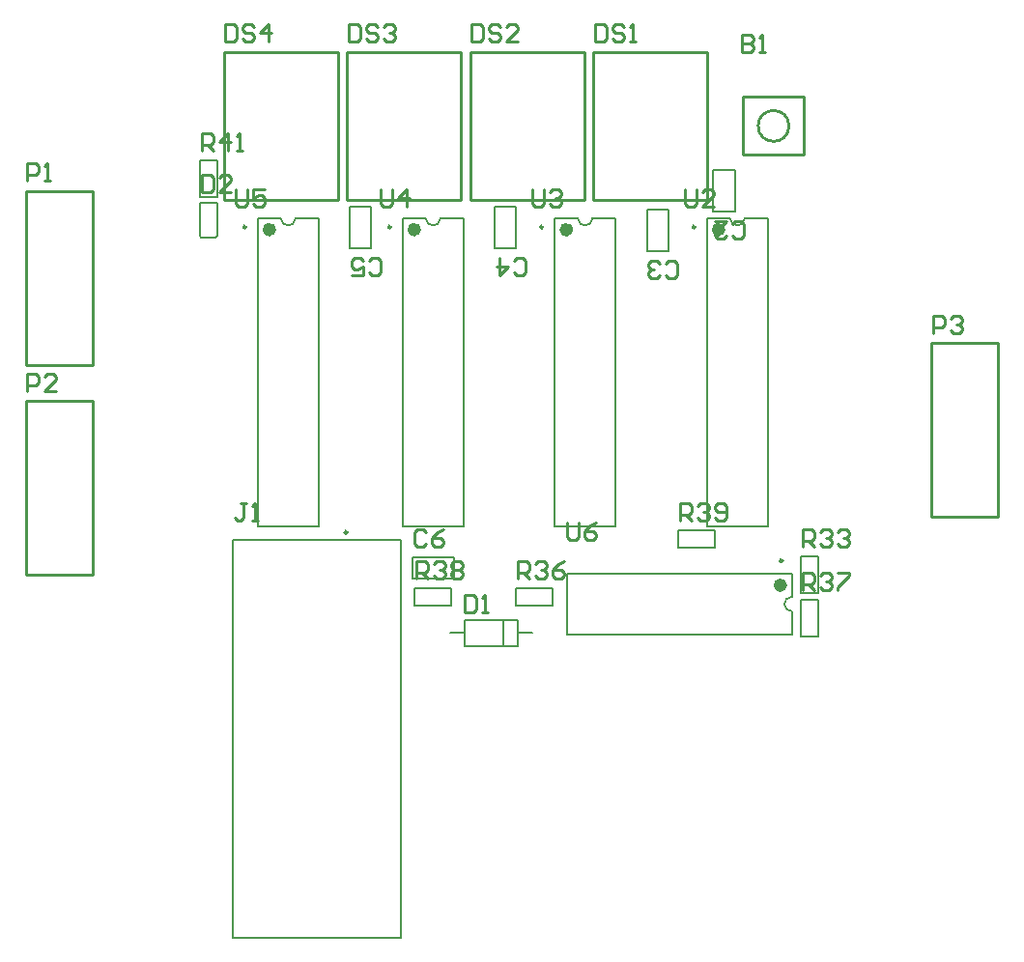
<source format=gto>
G04*
G04 #@! TF.GenerationSoftware,Altium Limited,Altium Designer,20.0.13 (296)*
G04*
G04 Layer_Color=65535*
%FSLAX25Y25*%
%MOIN*%
G70*
G01*
G75*
%ADD10C,0.02362*%
%ADD11C,0.00984*%
%ADD12C,0.00787*%
%ADD13C,0.01000*%
D10*
X144685Y161713D02*
G03*
X144685Y161713I-1181J0D01*
G01*
X197185D02*
G03*
X197185Y161713I-1181J0D01*
G01*
X249685D02*
G03*
X249685Y161713I-1181J0D01*
G01*
X94685D02*
G03*
X94685Y161713I-1181J0D01*
G01*
X271024Y38996D02*
G03*
X271024Y38996I-1181J0D01*
G01*
D11*
X135492Y162618D02*
G03*
X135492Y162618I-492J0D01*
G01*
X187992D02*
G03*
X187992Y162618I-492J0D01*
G01*
X240492D02*
G03*
X240492Y162618I-492J0D01*
G01*
X85492D02*
G03*
X85492Y162618I-492J0D01*
G01*
X120492Y57224D02*
G03*
X120492Y57224I-492J0D01*
G01*
X270610Y47500D02*
G03*
X270610Y47500I-492J0D01*
G01*
D12*
X147500Y165650D02*
G03*
X152500Y165650I2500J0D01*
G01*
X200000D02*
G03*
X205000Y165650I2500J0D01*
G01*
X252500D02*
G03*
X257500Y165650I2500J0D01*
G01*
X97500D02*
G03*
X102500Y165650I2500J0D01*
G01*
X273780Y35000D02*
G03*
X273780Y30000I0J-2500D01*
G01*
X69547Y159488D02*
X70039Y158996D01*
X74862D01*
X69547Y171100D02*
X71635D01*
X75453D01*
X69547Y159488D02*
Y171100D01*
X75453Y159587D02*
Y171100D01*
X74862Y158996D02*
X75453Y159587D01*
X75551Y172888D02*
Y174365D01*
X69449Y172888D02*
X75551D01*
X69449D02*
Y174365D01*
X75551Y184010D02*
Y185487D01*
X69449D02*
X75551D01*
X69449Y184010D02*
Y185487D01*
X75551Y174365D02*
Y184010D01*
X69449Y174365D02*
Y184010D01*
X254091Y168127D02*
Y182300D01*
X246611Y168127D02*
X254091D01*
X246611Y182300D02*
X254091D01*
X246611Y168127D02*
Y182300D01*
X231240Y154350D02*
Y168524D01*
X223760Y154350D02*
X231240D01*
X223760Y168524D02*
X231240D01*
X223760Y154350D02*
Y168524D01*
X178740Y155413D02*
Y169587D01*
X171260Y155413D02*
X178740D01*
X171260Y169587D02*
X178740D01*
X171260Y155413D02*
Y169587D01*
X128740Y155413D02*
Y169587D01*
X121260Y155413D02*
X128740D01*
X121260Y169587D02*
X128740D01*
X121260Y155413D02*
Y169587D01*
X174154Y17874D02*
Y27126D01*
X179154Y22500D02*
X184154D01*
X155846D02*
X160846D01*
Y17874D02*
Y27126D01*
X179154D01*
Y17874D02*
Y27126D01*
X160846Y17874D02*
X179154D01*
X139567Y59350D02*
X160433D01*
X152500Y165650D02*
X160433D01*
X139567D02*
X147500D01*
X160433Y59350D02*
Y165650D01*
X139567Y59350D02*
Y165650D01*
X192067Y59350D02*
Y165650D01*
X212933Y59350D02*
Y165650D01*
X192067D02*
X200000D01*
X205000D02*
X212933D01*
X192067Y59350D02*
X212933D01*
X244567D02*
Y165650D01*
X265433Y59350D02*
Y165650D01*
X244567D02*
X252500D01*
X257500D02*
X265433D01*
X244567Y59350D02*
X265433D01*
X89567D02*
Y165650D01*
X110433Y59350D02*
Y165650D01*
X89567D02*
X97500D01*
X102500D02*
X110433D01*
X89567Y59350D02*
X110433D01*
X276949Y47323D02*
Y48799D01*
X283051D01*
Y47323D02*
Y48799D01*
X276949Y36201D02*
Y37677D01*
Y36201D02*
X283051D01*
Y37677D01*
X276949D02*
Y47323D01*
X283051Y37677D02*
Y47323D01*
X81063Y-82736D02*
X138937D01*
X81063Y54665D02*
X138937D01*
X81063Y-82736D02*
Y54665D01*
X138937Y-82736D02*
Y54665D01*
X196220Y22067D02*
Y42933D01*
X273780Y22067D02*
Y30000D01*
Y35000D02*
Y42933D01*
X196220Y22067D02*
X273780D01*
X196220Y42933D02*
X273780D01*
X142913Y41260D02*
X157087D01*
X142913D02*
Y48740D01*
X157087Y41260D02*
Y48740D01*
X142913D02*
X157087D01*
X276949Y32323D02*
Y33799D01*
X283051D01*
Y32323D02*
Y33799D01*
X276949Y21201D02*
Y22677D01*
Y21201D02*
X283051D01*
Y22677D01*
X276949D02*
Y32323D01*
X283051Y22677D02*
Y32323D01*
X189823Y38051D02*
X191299D01*
Y31949D02*
Y38051D01*
X189823Y31949D02*
X191299D01*
X178701Y38051D02*
X180177D01*
X178701Y31949D02*
Y38051D01*
Y31949D02*
X180177D01*
Y38051D02*
X189823D01*
X180177Y31949D02*
X189823D01*
X143701D02*
X145177D01*
X143701D02*
Y38051D01*
X145177D01*
X154823Y31949D02*
X156299D01*
Y38051D01*
X154823D02*
X156299D01*
X145177Y31949D02*
X154823D01*
X145177Y38051D02*
X154823D01*
X234744Y51949D02*
X236220D01*
X234744D02*
Y58051D01*
X236220D01*
X245866Y51949D02*
X247343D01*
Y58051D01*
X245866D02*
X247343D01*
X236220Y51949D02*
X245866D01*
X236220Y58051D02*
X245866D01*
D13*
X272815Y197500D02*
G03*
X272815Y197500I-5315J0D01*
G01*
X32500Y115000D02*
Y175000D01*
X9500D02*
X32500D01*
X9500Y115000D02*
Y175000D01*
Y115000D02*
X32500D01*
Y42500D02*
Y102500D01*
X9500D02*
X32500D01*
X9500Y42500D02*
Y102500D01*
Y42500D02*
X32500D01*
X345000Y62500D02*
Y122500D01*
X322000D02*
X345000D01*
X322000Y62500D02*
Y122500D01*
Y62500D02*
X345000D01*
X257000Y187500D02*
Y207500D01*
Y187500D02*
X278000D01*
Y207500D01*
X257000D02*
X278000D01*
X162815Y223091D02*
X202185D01*
Y171909D02*
Y223091D01*
X162815Y171909D02*
X202185D01*
X162815D02*
Y223091D01*
X205315D02*
X244685D01*
Y171909D02*
Y223091D01*
X205315Y171909D02*
X244685D01*
X205315D02*
Y223091D01*
X120315D02*
X159685D01*
Y171909D02*
Y223091D01*
X120315Y171909D02*
X159685D01*
X120315D02*
Y223091D01*
X77815D02*
X117185D01*
Y171909D02*
Y223091D01*
X77815Y171909D02*
X117185D01*
X77815D02*
Y223091D01*
X322500Y126000D02*
Y131998D01*
X325499D01*
X326499Y130998D01*
Y128999D01*
X325499Y127999D01*
X322500D01*
X328498Y130998D02*
X329498Y131998D01*
X331497D01*
X332497Y130998D01*
Y129999D01*
X331497Y128999D01*
X330497D01*
X331497D01*
X332497Y127999D01*
Y127000D01*
X331497Y126000D01*
X329498D01*
X328498Y127000D01*
X10000Y106000D02*
Y111998D01*
X12999D01*
X13999Y110998D01*
Y108999D01*
X12999Y107999D01*
X10000D01*
X19997Y106000D02*
X15998D01*
X19997Y109999D01*
Y110998D01*
X18997Y111998D01*
X16998D01*
X15998Y110998D01*
X10000Y178500D02*
Y184498D01*
X12999D01*
X13999Y183498D01*
Y181499D01*
X12999Y180499D01*
X10000D01*
X15998Y178500D02*
X17997D01*
X16998D01*
Y184498D01*
X15998Y183498D01*
X70099Y188831D02*
Y194829D01*
X73098D01*
X74098Y193829D01*
Y191830D01*
X73098Y190830D01*
X70099D01*
X72099D02*
X74098Y188831D01*
X79096D02*
Y194829D01*
X76097Y191830D01*
X80096D01*
X82095Y188831D02*
X84095D01*
X83095D01*
Y194829D01*
X82095Y193829D01*
X70200Y180498D02*
Y174500D01*
X73199D01*
X74199Y175500D01*
Y179498D01*
X73199Y180498D01*
X70200D01*
X80197Y174500D02*
X76198D01*
X80197Y178499D01*
Y179498D01*
X79197Y180498D01*
X77198D01*
X76198Y179498D01*
X127901Y147002D02*
X128901Y146002D01*
X130900D01*
X131900Y147002D01*
Y151000D01*
X130900Y152000D01*
X128901D01*
X127901Y151000D01*
X121903Y146002D02*
X125902D01*
Y149001D01*
X123903Y148001D01*
X122903D01*
X121903Y149001D01*
Y151000D01*
X122903Y152000D01*
X124902D01*
X125902Y151000D01*
X177901Y147002D02*
X178901Y146002D01*
X180900D01*
X181900Y147002D01*
Y151000D01*
X180900Y152000D01*
X178901D01*
X177901Y151000D01*
X172903Y152000D02*
Y146002D01*
X175902Y149001D01*
X171903D01*
X230386Y145998D02*
X231386Y144998D01*
X233385D01*
X234385Y145998D01*
Y149997D01*
X233385Y150996D01*
X231386D01*
X230386Y149997D01*
X228386Y145998D02*
X227387Y144998D01*
X225388D01*
X224388Y145998D01*
Y146998D01*
X225388Y147997D01*
X226387D01*
X225388D01*
X224388Y148997D01*
Y149997D01*
X225388Y150996D01*
X227387D01*
X228386Y149997D01*
X253252Y159715D02*
X254252Y158715D01*
X256251D01*
X257251Y159715D01*
Y163714D01*
X256251Y164714D01*
X254252D01*
X253252Y163714D01*
X247254Y164714D02*
X251253D01*
X247254Y160715D01*
Y159715D01*
X248254Y158715D01*
X250253D01*
X251253Y159715D01*
X196100Y60698D02*
Y55700D01*
X197100Y54700D01*
X199099D01*
X200099Y55700D01*
Y60698D01*
X206097D02*
X204097Y59698D01*
X202098Y57699D01*
Y55700D01*
X203098Y54700D01*
X205097D01*
X206097Y55700D01*
Y56699D01*
X205097Y57699D01*
X202098D01*
X81850Y175748D02*
Y170750D01*
X82850Y169750D01*
X84849D01*
X85849Y170750D01*
Y175748D01*
X91847D02*
X87848D01*
Y172749D01*
X89847Y173749D01*
X90847D01*
X91847Y172749D01*
Y170750D01*
X90847Y169750D01*
X88848D01*
X87848Y170750D01*
X131850Y175748D02*
Y170750D01*
X132850Y169750D01*
X134849D01*
X135849Y170750D01*
Y175748D01*
X140847Y169750D02*
Y175748D01*
X137848Y172749D01*
X141847D01*
X184350Y175748D02*
Y170750D01*
X185350Y169750D01*
X187349D01*
X188349Y170750D01*
Y175748D01*
X190348Y174748D02*
X191348Y175748D01*
X193347D01*
X194347Y174748D01*
Y173749D01*
X193347Y172749D01*
X192347D01*
X193347D01*
X194347Y171749D01*
Y170750D01*
X193347Y169750D01*
X191348D01*
X190348Y170750D01*
X236850Y175748D02*
Y170750D01*
X237850Y169750D01*
X239849D01*
X240849Y170750D01*
Y175748D01*
X246847Y169750D02*
X242848D01*
X246847Y173749D01*
Y174748D01*
X245847Y175748D01*
X243848D01*
X242848Y174748D01*
X235343Y61400D02*
Y67398D01*
X238342D01*
X239342Y66398D01*
Y64399D01*
X238342Y63399D01*
X235343D01*
X237343D02*
X239342Y61400D01*
X241341Y66398D02*
X242341Y67398D01*
X244340D01*
X245340Y66398D01*
Y65399D01*
X244340Y64399D01*
X243341D01*
X244340D01*
X245340Y63399D01*
Y62400D01*
X244340Y61400D01*
X242341D01*
X241341Y62400D01*
X247339D02*
X248339Y61400D01*
X250339D01*
X251338Y62400D01*
Y66398D01*
X250339Y67398D01*
X248339D01*
X247339Y66398D01*
Y65399D01*
X248339Y64399D01*
X251338D01*
X144300Y41400D02*
Y47398D01*
X147299D01*
X148299Y46398D01*
Y44399D01*
X147299Y43399D01*
X144300D01*
X146299D02*
X148299Y41400D01*
X150298Y46398D02*
X151298Y47398D01*
X153297D01*
X154297Y46398D01*
Y45399D01*
X153297Y44399D01*
X152297D01*
X153297D01*
X154297Y43399D01*
Y42400D01*
X153297Y41400D01*
X151298D01*
X150298Y42400D01*
X156296Y46398D02*
X157296Y47398D01*
X159295D01*
X160295Y46398D01*
Y45399D01*
X159295Y44399D01*
X160295Y43399D01*
Y42400D01*
X159295Y41400D01*
X157296D01*
X156296Y42400D01*
Y43399D01*
X157296Y44399D01*
X156296Y45399D01*
Y46398D01*
X157296Y44399D02*
X159295D01*
X277600Y37200D02*
Y43198D01*
X280599D01*
X281599Y42198D01*
Y40199D01*
X280599Y39199D01*
X277600D01*
X279599D02*
X281599Y37200D01*
X283598Y42198D02*
X284598Y43198D01*
X286597D01*
X287597Y42198D01*
Y41199D01*
X286597Y40199D01*
X285597D01*
X286597D01*
X287597Y39199D01*
Y38200D01*
X286597Y37200D01*
X284598D01*
X283598Y38200D01*
X289596Y43198D02*
X293595D01*
Y42198D01*
X289596Y38200D01*
Y37200D01*
X179300Y41400D02*
Y47398D01*
X182299D01*
X183299Y46398D01*
Y44399D01*
X182299Y43399D01*
X179300D01*
X181299D02*
X183299Y41400D01*
X185298Y46398D02*
X186298Y47398D01*
X188297D01*
X189297Y46398D01*
Y45399D01*
X188297Y44399D01*
X187297D01*
X188297D01*
X189297Y43399D01*
Y42400D01*
X188297Y41400D01*
X186298D01*
X185298Y42400D01*
X195295Y47398D02*
X193296Y46398D01*
X191296Y44399D01*
Y42400D01*
X192296Y41400D01*
X194295D01*
X195295Y42400D01*
Y43399D01*
X194295Y44399D01*
X191296D01*
X277601Y52157D02*
Y58155D01*
X280600D01*
X281599Y57155D01*
Y55156D01*
X280600Y54156D01*
X277601D01*
X279600D02*
X281599Y52157D01*
X283599Y57155D02*
X284598Y58155D01*
X286598D01*
X287597Y57155D01*
Y56155D01*
X286598Y55156D01*
X285598D01*
X286598D01*
X287597Y54156D01*
Y53156D01*
X286598Y52157D01*
X284598D01*
X283599Y53156D01*
X289597Y57155D02*
X290597Y58155D01*
X292596D01*
X293596Y57155D01*
Y56155D01*
X292596Y55156D01*
X291596D01*
X292596D01*
X293596Y54156D01*
Y53156D01*
X292596Y52157D01*
X290597D01*
X289597Y53156D01*
X85599Y67223D02*
X83599D01*
X84599D01*
Y62225D01*
X83599Y61225D01*
X82600D01*
X81600Y62225D01*
X87598Y61225D02*
X89597D01*
X88598D01*
Y67223D01*
X87598Y66224D01*
X78350Y232548D02*
Y226550D01*
X81349D01*
X82349Y227550D01*
Y231548D01*
X81349Y232548D01*
X78350D01*
X88347Y231548D02*
X87347Y232548D01*
X85348D01*
X84348Y231548D01*
Y230549D01*
X85348Y229549D01*
X87347D01*
X88347Y228549D01*
Y227550D01*
X87347Y226550D01*
X85348D01*
X84348Y227550D01*
X93345Y226550D02*
Y232548D01*
X90346Y229549D01*
X94345D01*
X120850Y232548D02*
Y226550D01*
X123849D01*
X124849Y227550D01*
Y231548D01*
X123849Y232548D01*
X120850D01*
X130847Y231548D02*
X129847Y232548D01*
X127848D01*
X126848Y231548D01*
Y230549D01*
X127848Y229549D01*
X129847D01*
X130847Y228549D01*
Y227550D01*
X129847Y226550D01*
X127848D01*
X126848Y227550D01*
X132846Y231548D02*
X133846Y232548D01*
X135845D01*
X136845Y231548D01*
Y230549D01*
X135845Y229549D01*
X134845D01*
X135845D01*
X136845Y228549D01*
Y227550D01*
X135845Y226550D01*
X133846D01*
X132846Y227550D01*
X163350Y232548D02*
Y226550D01*
X166349D01*
X167349Y227550D01*
Y231548D01*
X166349Y232548D01*
X163350D01*
X173347Y231548D02*
X172347Y232548D01*
X170348D01*
X169348Y231548D01*
Y230549D01*
X170348Y229549D01*
X172347D01*
X173347Y228549D01*
Y227550D01*
X172347Y226550D01*
X170348D01*
X169348Y227550D01*
X179345Y226550D02*
X175346D01*
X179345Y230549D01*
Y231548D01*
X178345Y232548D01*
X176346D01*
X175346Y231548D01*
X205850Y232548D02*
Y226550D01*
X208849D01*
X209849Y227550D01*
Y231548D01*
X208849Y232548D01*
X205850D01*
X215847Y231548D02*
X214847Y232548D01*
X212848D01*
X211848Y231548D01*
Y230549D01*
X212848Y229549D01*
X214847D01*
X215847Y228549D01*
Y227550D01*
X214847Y226550D01*
X212848D01*
X211848Y227550D01*
X217846Y226550D02*
X219846D01*
X218846D01*
Y232548D01*
X217846Y231548D01*
X161001Y35499D02*
Y29501D01*
X164000D01*
X165000Y30501D01*
Y34499D01*
X164000Y35499D01*
X161001D01*
X166999Y29501D02*
X168999D01*
X167999D01*
Y35499D01*
X166999Y34499D01*
X147549Y57148D02*
X146549Y58148D01*
X144550D01*
X143550Y57148D01*
Y53150D01*
X144550Y52150D01*
X146549D01*
X147549Y53150D01*
X153547Y58148D02*
X151547Y57148D01*
X149548Y55149D01*
Y53150D01*
X150548Y52150D01*
X152547D01*
X153547Y53150D01*
Y54149D01*
X152547Y55149D01*
X149548D01*
X256500Y228898D02*
Y222900D01*
X259499D01*
X260499Y223900D01*
Y224899D01*
X259499Y225899D01*
X256500D01*
X259499D01*
X260499Y226899D01*
Y227898D01*
X259499Y228898D01*
X256500D01*
X262498Y222900D02*
X264497D01*
X263498D01*
Y228898D01*
X262498Y227898D01*
M02*

</source>
